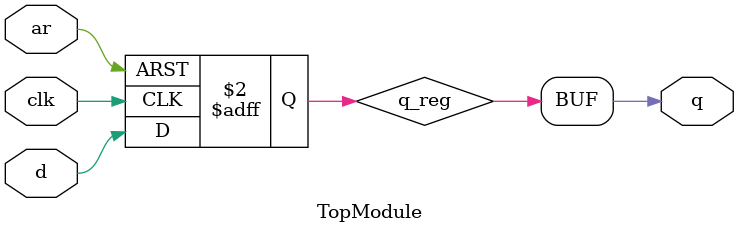
<source format=sv>

module TopModule (
  input clk,
  input d,
  input ar,
  output logic q
);

  logic q_reg;

  always_ff @(posedge clk, posedge ar) begin
    if (ar) begin
      q_reg <= 1'b0;
    end else begin
      q_reg <= d;
    end
  end

  assign q = q_reg;

endmodule

// VERILOG-EVAL: errant inclusion of module definition

</source>
